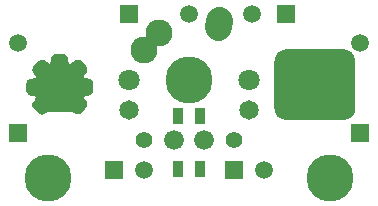
<source format=gbs>
G04 (created by PCBNEW (2013-may-18)-stable) date Sat 31 Oct 2015 05:47:27 PM EDT*
%MOIN*%
G04 Gerber Fmt 3.4, Leading zero omitted, Abs format*
%FSLAX34Y34*%
G01*
G70*
G90*
G04 APERTURE LIST*
%ADD10C,0.00590551*%
%ADD11C,0.0001*%
%ADD12C,0.157*%
%ADD13C,0.065*%
%ADD14C,0.0590551*%
%ADD15R,0.0590551X0.0590551*%
%ADD16C,0.055*%
%ADD17R,0.035X0.055*%
%ADD18C,0.066*%
%ADD19C,0.09*%
%ADD20C,0.09*%
%ADD21C,0.070937*%
G04 APERTURE END LIST*
G54D10*
G54D11*
G36*
X93777Y-42659D02*
X93843Y-42672D01*
X93890Y-42691D01*
X93921Y-42717D01*
X93940Y-42753D01*
X93949Y-42800D01*
X93951Y-42842D01*
X93953Y-42884D01*
X93961Y-42925D01*
X93979Y-42960D01*
X94016Y-42986D01*
X94057Y-42987D01*
X94099Y-42958D01*
X94141Y-42926D01*
X94183Y-42896D01*
X94228Y-42872D01*
X94277Y-42859D01*
X94324Y-42862D01*
X94362Y-42880D01*
X94394Y-42907D01*
X94424Y-42940D01*
X94456Y-42974D01*
X94490Y-43007D01*
X94527Y-43045D01*
X94558Y-43087D01*
X94574Y-43132D01*
X94572Y-43183D01*
X94555Y-43228D01*
X94529Y-43269D01*
X94499Y-43309D01*
X94470Y-43348D01*
X94455Y-43374D01*
X94459Y-43404D01*
X94479Y-43445D01*
X94518Y-43467D01*
X94561Y-43470D01*
X94606Y-43475D01*
X94651Y-43484D01*
X94692Y-43499D01*
X94728Y-43523D01*
X94755Y-43557D01*
X94774Y-43602D01*
X94784Y-43647D01*
X94786Y-43694D01*
X94784Y-43744D01*
X94780Y-43796D01*
X94776Y-43854D01*
X94764Y-43902D01*
X94736Y-43941D01*
X94697Y-43971D01*
X94651Y-43990D01*
X94602Y-43999D01*
X94562Y-43998D01*
X94522Y-44002D01*
X94491Y-44020D01*
X94468Y-44055D01*
X94458Y-44095D01*
X94476Y-44137D01*
X94505Y-44168D01*
X94533Y-44204D01*
X94556Y-44242D01*
X94572Y-44283D01*
X94578Y-44324D01*
X94570Y-44367D01*
X94546Y-44413D01*
X94516Y-44453D01*
X94480Y-44490D01*
X94442Y-44525D01*
X94402Y-44559D01*
X94364Y-44594D01*
X94330Y-44612D01*
X94289Y-44612D01*
X94245Y-44598D01*
X94200Y-44576D01*
X94155Y-44552D01*
X94114Y-44530D01*
X94086Y-44522D01*
X94047Y-44521D01*
X93979Y-44522D01*
X93922Y-44523D01*
X93867Y-44524D01*
X93814Y-44524D01*
X93762Y-44525D01*
X93710Y-44525D01*
X93660Y-44525D01*
X93610Y-44525D01*
X93560Y-44526D01*
X93509Y-44526D01*
X93459Y-44527D01*
X93422Y-44526D01*
X93369Y-44526D01*
X93314Y-44528D01*
X93269Y-44535D01*
X93225Y-44554D01*
X93190Y-44580D01*
X93158Y-44604D01*
X93120Y-44618D01*
X93071Y-44613D01*
X93029Y-44595D01*
X92992Y-44570D01*
X92960Y-44540D01*
X92928Y-44506D01*
X92896Y-44469D01*
X92860Y-44430D01*
X92832Y-44392D01*
X92819Y-44349D01*
X92819Y-44303D01*
X92831Y-44258D01*
X92856Y-44218D01*
X92889Y-44182D01*
X92921Y-44146D01*
X92936Y-44103D01*
X92929Y-44062D01*
X92906Y-44026D01*
X92863Y-44009D01*
X92819Y-44005D01*
X92774Y-43999D01*
X92729Y-43988D01*
X92688Y-43970D01*
X92655Y-43943D01*
X92630Y-43904D01*
X92617Y-43861D01*
X92611Y-43818D01*
X92610Y-43774D01*
X92612Y-43728D01*
X92614Y-43681D01*
X92615Y-43632D01*
X92622Y-43585D01*
X92646Y-43546D01*
X92680Y-43514D01*
X92723Y-43493D01*
X92769Y-43482D01*
X92818Y-43480D01*
X92867Y-43476D01*
X92907Y-43456D01*
X92929Y-43428D01*
X92941Y-43393D01*
X92929Y-43358D01*
X92899Y-43322D01*
X92869Y-43284D01*
X92842Y-43244D01*
X92824Y-43201D01*
X92816Y-43155D01*
X92824Y-43108D01*
X92844Y-43066D01*
X92873Y-43026D01*
X92906Y-42990D01*
X92941Y-42958D01*
X92974Y-42929D01*
X93001Y-42904D01*
X93040Y-42876D01*
X93085Y-42863D01*
X93132Y-42863D01*
X93179Y-42876D01*
X93220Y-42901D01*
X93258Y-42937D01*
X93298Y-42970D01*
X93343Y-42985D01*
X93375Y-42981D01*
X93405Y-42967D01*
X93420Y-42937D01*
X93423Y-42895D01*
X93427Y-42850D01*
X93433Y-42804D01*
X93443Y-42761D01*
X93460Y-42723D01*
X93486Y-42693D01*
X93523Y-42674D01*
X93581Y-42660D01*
X93631Y-42653D01*
X93679Y-42651D01*
X93726Y-42653D01*
X93777Y-42659D01*
X93777Y-42659D01*
X93777Y-42659D01*
G37*
G54D10*
X93777Y-42659D02*
X93843Y-42672D01*
X93843Y-42672D02*
X93890Y-42691D01*
X93890Y-42691D02*
X93921Y-42717D01*
X93921Y-42717D02*
X93940Y-42753D01*
X93940Y-42753D02*
X93949Y-42800D01*
X93949Y-42800D02*
X93951Y-42842D01*
X93951Y-42842D02*
X93953Y-42884D01*
X93953Y-42884D02*
X93961Y-42925D01*
X93961Y-42925D02*
X93979Y-42960D01*
X93979Y-42960D02*
X94016Y-42986D01*
X94016Y-42986D02*
X94057Y-42987D01*
X94057Y-42987D02*
X94099Y-42958D01*
X94099Y-42958D02*
X94141Y-42926D01*
X94141Y-42926D02*
X94183Y-42896D01*
X94183Y-42896D02*
X94228Y-42872D01*
X94228Y-42872D02*
X94277Y-42859D01*
X94277Y-42859D02*
X94324Y-42862D01*
X94324Y-42862D02*
X94362Y-42880D01*
X94362Y-42880D02*
X94394Y-42907D01*
X94394Y-42907D02*
X94424Y-42940D01*
X94424Y-42940D02*
X94456Y-42974D01*
X94456Y-42974D02*
X94490Y-43007D01*
X94490Y-43007D02*
X94527Y-43045D01*
X94527Y-43045D02*
X94558Y-43087D01*
X94558Y-43087D02*
X94574Y-43132D01*
X94574Y-43132D02*
X94572Y-43183D01*
X94572Y-43183D02*
X94555Y-43228D01*
X94555Y-43228D02*
X94529Y-43269D01*
X94529Y-43269D02*
X94499Y-43309D01*
X94499Y-43309D02*
X94470Y-43348D01*
X94470Y-43348D02*
X94455Y-43374D01*
X94455Y-43374D02*
X94459Y-43404D01*
X94459Y-43404D02*
X94479Y-43445D01*
X94479Y-43445D02*
X94518Y-43467D01*
X94518Y-43467D02*
X94561Y-43470D01*
X94561Y-43470D02*
X94606Y-43475D01*
X94606Y-43475D02*
X94651Y-43484D01*
X94651Y-43484D02*
X94692Y-43499D01*
X94692Y-43499D02*
X94728Y-43523D01*
X94728Y-43523D02*
X94755Y-43557D01*
X94755Y-43557D02*
X94774Y-43602D01*
X94774Y-43602D02*
X94784Y-43647D01*
X94784Y-43647D02*
X94786Y-43694D01*
X94786Y-43694D02*
X94784Y-43744D01*
X94784Y-43744D02*
X94780Y-43796D01*
X94780Y-43796D02*
X94776Y-43854D01*
X94776Y-43854D02*
X94764Y-43902D01*
X94764Y-43902D02*
X94736Y-43941D01*
X94736Y-43941D02*
X94697Y-43971D01*
X94697Y-43971D02*
X94651Y-43990D01*
X94651Y-43990D02*
X94602Y-43999D01*
X94602Y-43999D02*
X94562Y-43998D01*
X94562Y-43998D02*
X94522Y-44002D01*
X94522Y-44002D02*
X94491Y-44020D01*
X94491Y-44020D02*
X94468Y-44055D01*
X94468Y-44055D02*
X94458Y-44095D01*
X94458Y-44095D02*
X94476Y-44137D01*
X94476Y-44137D02*
X94505Y-44168D01*
X94505Y-44168D02*
X94533Y-44204D01*
X94533Y-44204D02*
X94556Y-44242D01*
X94556Y-44242D02*
X94572Y-44283D01*
X94572Y-44283D02*
X94578Y-44324D01*
X94578Y-44324D02*
X94570Y-44367D01*
X94570Y-44367D02*
X94546Y-44413D01*
X94546Y-44413D02*
X94516Y-44453D01*
X94516Y-44453D02*
X94480Y-44490D01*
X94480Y-44490D02*
X94442Y-44525D01*
X94442Y-44525D02*
X94402Y-44559D01*
X94402Y-44559D02*
X94364Y-44594D01*
X94364Y-44594D02*
X94330Y-44612D01*
X94330Y-44612D02*
X94289Y-44612D01*
X94289Y-44612D02*
X94245Y-44598D01*
X94245Y-44598D02*
X94200Y-44576D01*
X94200Y-44576D02*
X94155Y-44552D01*
X94155Y-44552D02*
X94114Y-44530D01*
X94114Y-44530D02*
X94086Y-44522D01*
X94086Y-44522D02*
X94047Y-44521D01*
X94047Y-44521D02*
X93979Y-44522D01*
X93979Y-44522D02*
X93922Y-44523D01*
X93922Y-44523D02*
X93867Y-44524D01*
X93867Y-44524D02*
X93814Y-44524D01*
X93814Y-44524D02*
X93762Y-44525D01*
X93762Y-44525D02*
X93710Y-44525D01*
X93710Y-44525D02*
X93660Y-44525D01*
X93660Y-44525D02*
X93610Y-44525D01*
X93610Y-44525D02*
X93560Y-44526D01*
X93560Y-44526D02*
X93509Y-44526D01*
X93509Y-44526D02*
X93459Y-44527D01*
X93459Y-44527D02*
X93422Y-44526D01*
X93422Y-44526D02*
X93369Y-44526D01*
X93369Y-44526D02*
X93314Y-44528D01*
X93314Y-44528D02*
X93269Y-44535D01*
X93269Y-44535D02*
X93225Y-44554D01*
X93225Y-44554D02*
X93190Y-44580D01*
X93190Y-44580D02*
X93158Y-44604D01*
X93158Y-44604D02*
X93120Y-44618D01*
X93120Y-44618D02*
X93071Y-44613D01*
X93071Y-44613D02*
X93029Y-44595D01*
X93029Y-44595D02*
X92992Y-44570D01*
X92992Y-44570D02*
X92960Y-44540D01*
X92960Y-44540D02*
X92928Y-44506D01*
X92928Y-44506D02*
X92896Y-44469D01*
X92896Y-44469D02*
X92860Y-44430D01*
X92860Y-44430D02*
X92832Y-44392D01*
X92832Y-44392D02*
X92819Y-44349D01*
X92819Y-44349D02*
X92819Y-44303D01*
X92819Y-44303D02*
X92831Y-44258D01*
X92831Y-44258D02*
X92856Y-44218D01*
X92856Y-44218D02*
X92889Y-44182D01*
X92889Y-44182D02*
X92921Y-44146D01*
X92921Y-44146D02*
X92936Y-44103D01*
X92936Y-44103D02*
X92929Y-44062D01*
X92929Y-44062D02*
X92906Y-44026D01*
X92906Y-44026D02*
X92863Y-44009D01*
X92863Y-44009D02*
X92819Y-44005D01*
X92819Y-44005D02*
X92774Y-43999D01*
X92774Y-43999D02*
X92729Y-43988D01*
X92729Y-43988D02*
X92688Y-43970D01*
X92688Y-43970D02*
X92655Y-43943D01*
X92655Y-43943D02*
X92630Y-43904D01*
X92630Y-43904D02*
X92617Y-43861D01*
X92617Y-43861D02*
X92611Y-43818D01*
X92611Y-43818D02*
X92610Y-43774D01*
X92610Y-43774D02*
X92612Y-43728D01*
X92612Y-43728D02*
X92614Y-43681D01*
X92614Y-43681D02*
X92615Y-43632D01*
X92615Y-43632D02*
X92622Y-43585D01*
X92622Y-43585D02*
X92646Y-43546D01*
X92646Y-43546D02*
X92680Y-43514D01*
X92680Y-43514D02*
X92723Y-43493D01*
X92723Y-43493D02*
X92769Y-43482D01*
X92769Y-43482D02*
X92818Y-43480D01*
X92818Y-43480D02*
X92867Y-43476D01*
X92867Y-43476D02*
X92907Y-43456D01*
X92907Y-43456D02*
X92929Y-43428D01*
X92929Y-43428D02*
X92941Y-43393D01*
X92941Y-43393D02*
X92929Y-43358D01*
X92929Y-43358D02*
X92899Y-43322D01*
X92899Y-43322D02*
X92869Y-43284D01*
X92869Y-43284D02*
X92842Y-43244D01*
X92842Y-43244D02*
X92824Y-43201D01*
X92824Y-43201D02*
X92816Y-43155D01*
X92816Y-43155D02*
X92824Y-43108D01*
X92824Y-43108D02*
X92844Y-43066D01*
X92844Y-43066D02*
X92873Y-43026D01*
X92873Y-43026D02*
X92906Y-42990D01*
X92906Y-42990D02*
X92941Y-42958D01*
X92941Y-42958D02*
X92974Y-42929D01*
X92974Y-42929D02*
X93001Y-42904D01*
X93001Y-42904D02*
X93040Y-42876D01*
X93040Y-42876D02*
X93085Y-42863D01*
X93085Y-42863D02*
X93132Y-42863D01*
X93132Y-42863D02*
X93179Y-42876D01*
X93179Y-42876D02*
X93220Y-42901D01*
X93220Y-42901D02*
X93258Y-42937D01*
X93258Y-42937D02*
X93298Y-42970D01*
X93298Y-42970D02*
X93343Y-42985D01*
X93343Y-42985D02*
X93375Y-42981D01*
X93375Y-42981D02*
X93405Y-42967D01*
X93405Y-42967D02*
X93420Y-42937D01*
X93420Y-42937D02*
X93423Y-42895D01*
X93423Y-42895D02*
X93427Y-42850D01*
X93427Y-42850D02*
X93433Y-42804D01*
X93433Y-42804D02*
X93443Y-42761D01*
X93443Y-42761D02*
X93460Y-42723D01*
X93460Y-42723D02*
X93486Y-42693D01*
X93486Y-42693D02*
X93523Y-42674D01*
X93523Y-42674D02*
X93581Y-42660D01*
X93581Y-42660D02*
X93631Y-42653D01*
X93631Y-42653D02*
X93679Y-42651D01*
X93679Y-42651D02*
X93726Y-42653D01*
X93726Y-42653D02*
X93777Y-42659D01*
X93777Y-42659D02*
X93777Y-42659D01*
G54D11*
G36*
X103171Y-42480D02*
X101228Y-42480D01*
X101192Y-42481D01*
X101157Y-42486D01*
X101123Y-42494D01*
X101090Y-42506D01*
X101058Y-42520D01*
X101029Y-42536D01*
X101001Y-42556D01*
X100975Y-42577D01*
X100951Y-42601D01*
X100929Y-42627D01*
X100910Y-42655D01*
X100893Y-42685D01*
X100879Y-42716D01*
X100868Y-42749D01*
X100860Y-42783D01*
X100855Y-42818D01*
X100853Y-42855D01*
X100853Y-44444D01*
X100855Y-44481D01*
X100860Y-44516D01*
X100868Y-44550D01*
X100879Y-44583D01*
X100893Y-44614D01*
X100910Y-44644D01*
X100929Y-44672D01*
X100951Y-44698D01*
X100975Y-44722D01*
X101001Y-44743D01*
X101029Y-44763D01*
X101058Y-44779D01*
X101090Y-44793D01*
X101123Y-44805D01*
X101157Y-44813D01*
X101192Y-44818D01*
X101228Y-44820D01*
X103171Y-44820D01*
X103207Y-44818D01*
X103242Y-44813D01*
X103276Y-44805D01*
X103309Y-44793D01*
X103341Y-44779D01*
X103370Y-44763D01*
X103398Y-44743D01*
X103424Y-44722D01*
X103448Y-44698D01*
X103470Y-44672D01*
X103489Y-44644D01*
X103506Y-44614D01*
X103520Y-44583D01*
X103531Y-44550D01*
X103539Y-44516D01*
X103544Y-44481D01*
X103546Y-44444D01*
X103546Y-42855D01*
X103544Y-42818D01*
X103539Y-42783D01*
X103531Y-42749D01*
X103520Y-42716D01*
X103506Y-42685D01*
X103489Y-42655D01*
X103470Y-42627D01*
X103448Y-42601D01*
X103424Y-42577D01*
X103398Y-42556D01*
X103370Y-42536D01*
X103341Y-42520D01*
X103309Y-42506D01*
X103276Y-42494D01*
X103242Y-42486D01*
X103207Y-42481D01*
X103171Y-42480D01*
X103171Y-42480D01*
G37*
G54D12*
X102700Y-46750D03*
G54D13*
X96000Y-44500D03*
X100000Y-44500D03*
G54D14*
X98000Y-41300D03*
G54D15*
X96000Y-41300D03*
X92300Y-45250D03*
G54D14*
X92300Y-42250D03*
G54D15*
X95500Y-46500D03*
G54D14*
X100100Y-41300D03*
X103700Y-42250D03*
G54D15*
X103700Y-45250D03*
G54D16*
X99500Y-45500D03*
X96500Y-45500D03*
G54D14*
X96500Y-46500D03*
G54D15*
X99500Y-46500D03*
G54D17*
X97625Y-46450D03*
X98375Y-46450D03*
X97625Y-44700D03*
X98375Y-44700D03*
G54D18*
X97500Y-45500D03*
X98500Y-45500D03*
G54D14*
X100500Y-46500D03*
G54D12*
X93300Y-46750D03*
G54D15*
X101250Y-41300D03*
G54D19*
X99000Y-41500D02*
X98984Y-41728D01*
G54D20*
X97015Y-41925D03*
X96500Y-42500D03*
G54D12*
X98000Y-43500D03*
G54D21*
X96000Y-43500D03*
X100000Y-43500D03*
M02*

</source>
